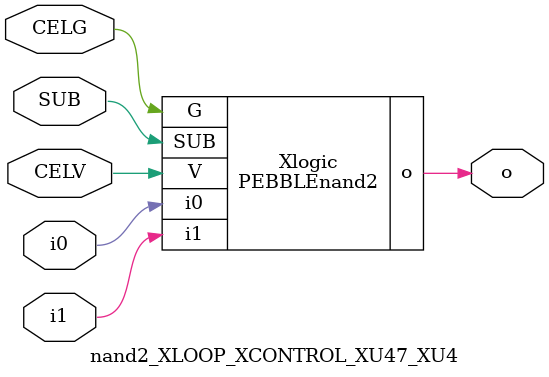
<source format=v>



module PEBBLEnand2 ( o, G, SUB, V, i0, i1 );

  input i0;
  input V;
  input i1;
  input G;
  output o;
  input SUB;
endmodule

//Celera Confidential Do Not Copy nand2_XLOOP_XCONTROL_XU47_XU4
//Celera Confidential Symbol Generator
//5V NAND2
module nand2_XLOOP_XCONTROL_XU47_XU4 (CELV,CELG,i0,i1,o,SUB);
input CELV;
input CELG;
input i0;
input i1;
input SUB;
output o;

//Celera Confidential Do Not Copy nand2
PEBBLEnand2 Xlogic(
.V (CELV),
.i0 (i0),
.i1 (i1),
.o (o),
.SUB (SUB),
.G (CELG)
);
//,diesize,PEBBLEnand2

//Celera Confidential Do Not Copy Module End
//Celera Schematic Generator
endmodule

</source>
